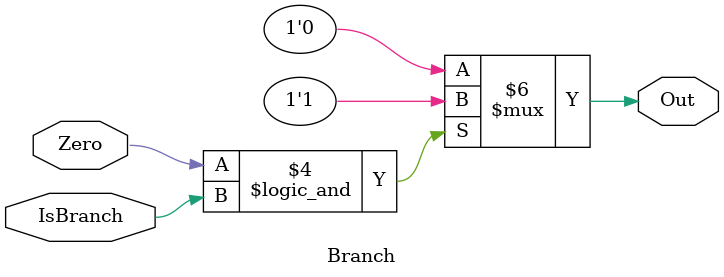
<source format=v>
`timescale 1ns / 1ps

module Branch(Zero, IsBranch, Out);

    input Zero, IsBranch;
    output reg Out;
    
    always@(Zero, IsBranch) begin
        if((Zero == 1) && (IsBranch == 1))
            Out = 1;
        else
            Out = 0;
    end
endmodule

</source>
